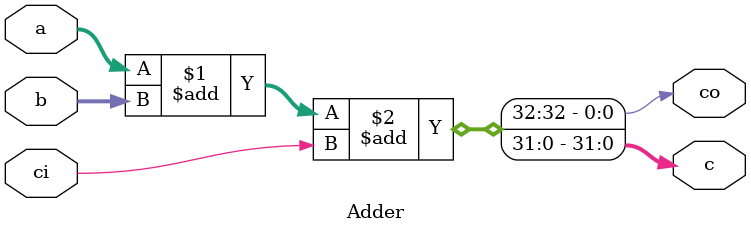
<source format=v>
module Adder #(parameter n = 32)(
  input  ci,
  input  [n-1:0] a, b,
  output [n-1:0] c,
  output co
);


  assign {co, c} = a + b + ci;


endmodule

</source>
